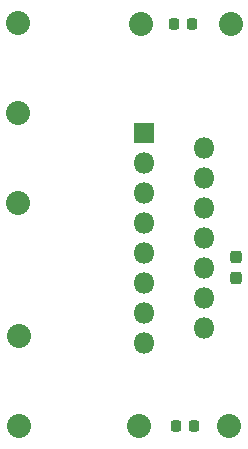
<source format=gbr>
%TF.GenerationSoftware,KiCad,Pcbnew,7.0.7*%
%TF.CreationDate,2024-04-29T21:33:31+09:00*%
%TF.ProjectId,l298n,6c323938-6e2e-46b6-9963-61645f706362,rev?*%
%TF.SameCoordinates,Original*%
%TF.FileFunction,Soldermask,Bot*%
%TF.FilePolarity,Negative*%
%FSLAX46Y46*%
G04 Gerber Fmt 4.6, Leading zero omitted, Abs format (unit mm)*
G04 Created by KiCad (PCBNEW 7.0.7) date 2024-04-29 21:33:31*
%MOMM*%
%LPD*%
G01*
G04 APERTURE LIST*
G04 Aperture macros list*
%AMRoundRect*
0 Rectangle with rounded corners*
0 $1 Rounding radius*
0 $2 $3 $4 $5 $6 $7 $8 $9 X,Y pos of 4 corners*
0 Add a 4 corners polygon primitive as box body*
4,1,4,$2,$3,$4,$5,$6,$7,$8,$9,$2,$3,0*
0 Add four circle primitives for the rounded corners*
1,1,$1+$1,$2,$3*
1,1,$1+$1,$4,$5*
1,1,$1+$1,$6,$7*
1,1,$1+$1,$8,$9*
0 Add four rect primitives between the rounded corners*
20,1,$1+$1,$2,$3,$4,$5,0*
20,1,$1+$1,$4,$5,$6,$7,0*
20,1,$1+$1,$6,$7,$8,$9,0*
20,1,$1+$1,$8,$9,$2,$3,0*%
G04 Aperture macros list end*
%ADD10C,2.032000*%
%ADD11RoundRect,0.225000X-0.225000X-0.250000X0.225000X-0.250000X0.225000X0.250000X-0.225000X0.250000X0*%
%ADD12RoundRect,0.225000X0.225000X0.250000X-0.225000X0.250000X-0.225000X-0.250000X0.225000X-0.250000X0*%
%ADD13R,1.800000X1.800000*%
%ADD14O,1.800000X1.800000*%
%ADD15RoundRect,0.237500X0.237500X-0.287500X0.237500X0.287500X-0.237500X0.287500X-0.237500X-0.287500X0*%
G04 APERTURE END LIST*
D10*
%TO.C,J4*%
X113089999Y-111163401D03*
X113089999Y-118783401D03*
%TD*%
%TO.C,J3*%
X113010001Y-84606600D03*
X113010001Y-92226600D03*
X113010001Y-99846600D03*
%TD*%
%TO.C,J2*%
X123275000Y-118740000D03*
X130895000Y-118740000D03*
%TD*%
%TO.C,J1*%
X131008401Y-84750001D03*
X123388401Y-84750001D03*
%TD*%
D11*
%TO.C,C2*%
X126220000Y-84720000D03*
X127770000Y-84720000D03*
%TD*%
D12*
%TO.C,C1*%
X127910000Y-118770000D03*
X126360000Y-118770000D03*
%TD*%
D13*
%TO.C,U1*%
X123720000Y-93990000D03*
D14*
X128800000Y-95260000D03*
X123720000Y-96530000D03*
X128800000Y-97800000D03*
X123720000Y-99070000D03*
X128800000Y-100340000D03*
X123720000Y-101610000D03*
X128800000Y-102880000D03*
X123720000Y-104150000D03*
X128800000Y-105420000D03*
X123720000Y-106690000D03*
X128800000Y-107960000D03*
X123720000Y-109230000D03*
X128800000Y-110500000D03*
X123720000Y-111770000D03*
%TD*%
D15*
%TO.C,R1*%
X131460000Y-104435000D03*
X131460000Y-106185000D03*
%TD*%
M02*

</source>
